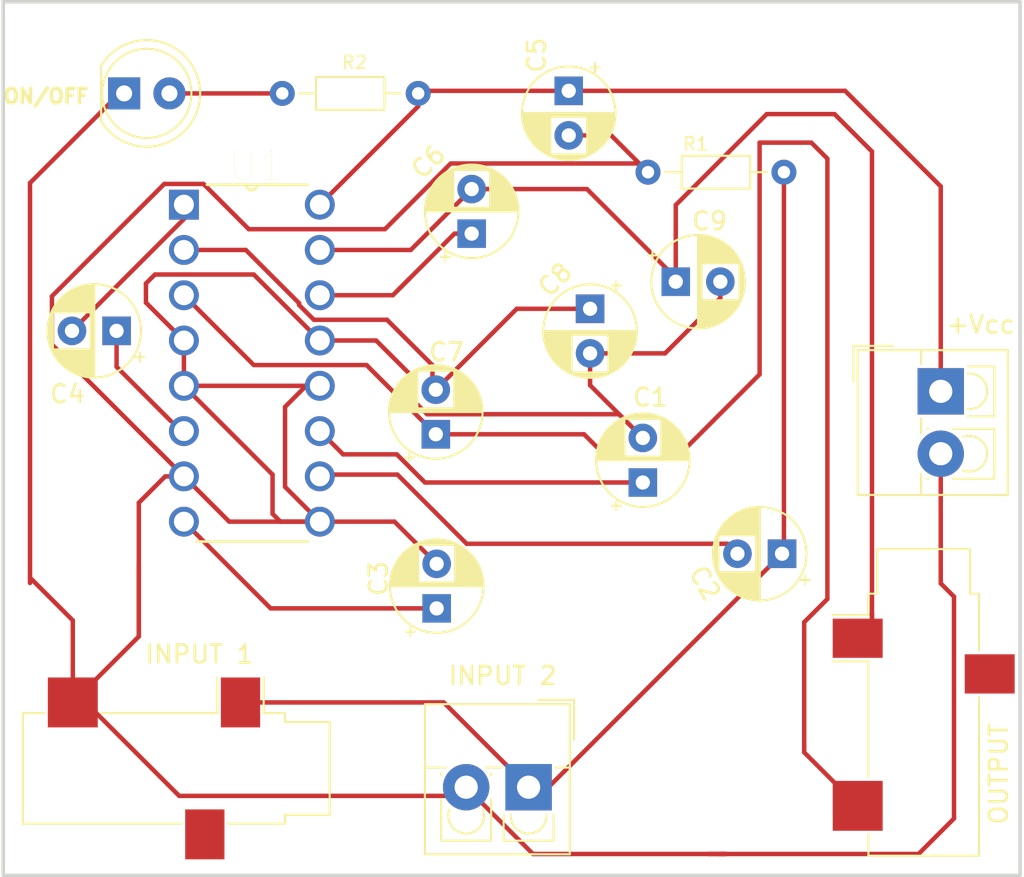
<source format=kicad_pcb>
(kicad_pcb (version 20210126) (generator pcbnew)
  (layers (0 "F.Cu" signal) (31 "B.Cu" signal) (34 "B.Paste" user) (35 "F.Paste" user) (36 "B.SilkS" user "B.Silkscreen") (37 "F.SilkS" user "F.Silkscreen") (38 "B.Mask" user) (39 "F.Mask" user) (44 "Edge.Cuts" user))
  (net 0 "")
  (net 1 "Net-(C1-Pad1)")
  (net 2 "GNDREF")
  (net 3 "Net-(C2-Pad1)")
  (net 4 "Net-(C2-Pad2)")
  (net 5 "Net-(C3-Pad1)")
  (net 6 "Net-(C4-Pad1)")
  (net 7 "Net-(C4-Pad2)")
  (net 8 "Net-(C5-Pad1)")
  (net 9 "Net-(C6-Pad1)")
  (net 10 "Net-(C6-Pad2)")
  (net 11 "Net-(C7-Pad1)")
  (net 12 "Net-(C7-Pad2)")
  (net 13 "Net-(D1-Pad2)")
  (footprint "Capacitor_THT:CP_Radial_D5.0mm_P2.50mm" (layer "F.Cu") (at 141.397498 92.819898 -90)
    (fp_text reference "C8")
    (fp_text value "150n")
    (fp_text user "C8" (at -1.633898 1.951498 -135) (layer "F.SilkS"))
    (pad "1" thru_hole rect (at 0 0 270) (size 1.6 1.6) (drill 0.8) (layers *.Cu *.Mask) (net 12 "Net-(C7-Pad2)"))
    (pad "2" thru_hole circle (at 2.5 0 270) (size 1.6 1.6) (drill 0.8) (layers *.Cu *.Mask) (net 2 "GNDREF"))
  )
  (footprint "Connector_Audio:Jack_3.5mm_CUI_SJ-3523-SMT_Horizontal" (layer "F.Cu") (at 118.2 118.6 -90)
    (fp_text reference "J1")
    (fp_text value "AudioJack2" hide)
    (fp_text user "INPUT 1" (at -6.4 -1.3 180) (layer "F.SilkS"))
    (pad "" np_thru_hole circle (at 0 4.5 270) (size 1.7 1.7) (drill 1.7) (layers *.Cu *.Mask))
    (pad "" np_thru_hole circle (at 0 -2.5 270) (size 1.7 1.7) (drill 1.7) (layers *.Cu *.Mask))
    (pad "R" smd rect (at 3.7 -1.6 270) (size 2.8 2.2) (layers "F.Cu" "F.Paste" "F.Mask"))
    (pad "S" smd rect (at -3.7 -3.6 270) (size 2.8 2.2) (layers "F.Cu" "F.Paste" "F.Mask") (net 3 "Net-(C2-Pad1)"))
    (pad "T" smd rect (at -3.7 5.8 270) (size 2.8 2.8) (layers "F.Cu" "F.Paste" "F.Mask") (net 2 "GNDREF"))
  )
  (footprint "LED_THT:LED_D5.0mm" (layer "F.Cu") (at 115.2762 80.7388)
    (fp_text reference "D1")
    (fp_text value "LED")
    (fp_text user "ON/OFF" (at -4.3762 0.1612) (layer "F.SilkS") (effects (font (size 0.8 0.8) (thickness 0.2))))
    (pad "1" thru_hole rect (at 0 0) (size 1.8 1.8) (drill 0.9) (layers *.Cu *.Mask) (net 2 "GNDREF"))
    (pad "2" thru_hole circle (at 2.54 0) (size 1.8 1.8) (drill 0.9) (layers *.Cu *.Mask) (net 13 "Net-(D1-Pad2)"))
  )
  (footprint "Capacitor_THT:CP_Radial_D5.0mm_P2.50mm" (layer "F.Cu") (at 132.748473 99.858698 90)
    (fp_text reference "C7")
    (fp_text value "100u")
    (fp_text user "C7" (at 4.608698 0.601527) (layer "F.SilkS"))
    (pad "1" thru_hole rect (at 0 0 90) (size 1.6 1.6) (drill 0.8) (layers *.Cu *.Mask) (net 11 "Net-(C7-Pad1)"))
    (pad "2" thru_hole circle (at 2.5 0 90) (size 1.6 1.6) (drill 0.8) (layers *.Cu *.Mask) (net 12 "Net-(C7-Pad2)"))
  )
  (footprint "Capacitor_THT:CP_Radial_D5.0mm_P2.50mm" (layer "F.Cu") (at 132.797498 109.625011 90)
    (fp_text reference "C3")
    (fp_text value "100u")
    (fp_text user "C3" (at 1.675011 -3.257498 90) (layer "F.SilkS"))
    (pad "1" thru_hole rect (at 0 0 90) (size 1.6 1.6) (drill 0.8) (layers *.Cu *.Mask) (net 5 "Net-(C3-Pad1)"))
    (pad "2" thru_hole circle (at 2.5 0 90) (size 1.6 1.6) (drill 0.8) (layers *.Cu *.Mask) (net 2 "GNDREF"))
  )
  (footprint "Kicad Manual Library:DIP254P762X510-16" (layer "F.Cu") (at 126.24701 104.759898)
    (fp_text reference "U1" (at -3.54701 -19.959898) (layer "F.SilkS") (effects (font (size 1.641551 1.641551) (thickness 0.015))))
    (fp_text value "TEA2025B")
    (pad "1" thru_hole rect (at -7.62 -17.78) (size 1.6764 1.6764) (drill 1.1176) (layers *.Cu *.Mask) (net 7 "Net-(C4-Pad2)"))
    (pad "2" thru_hole circle (at -7.62 -15.24) (size 1.6764 1.6764) (drill 1.1176) (layers *.Cu *.Mask) (net 12 "Net-(C7-Pad2)"))
    (pad "3" thru_hole circle (at -7.62 -12.7) (size 1.6764 1.6764) (drill 1.1176) (layers *.Cu *.Mask) (net 11 "Net-(C7-Pad1)"))
    (pad "4" thru_hole circle (at -7.62 -10.16) (size 1.6764 1.6764) (drill 1.1176) (layers *.Cu *.Mask) (net 2 "GNDREF"))
    (pad "5" thru_hole circle (at -7.62 -7.62) (size 1.6764 1.6764) (drill 1.1176) (layers *.Cu *.Mask) (net 2 "GNDREF"))
    (pad "6" thru_hole circle (at -7.62 -5.08) (size 1.6764 1.6764) (drill 1.1176) (layers *.Cu *.Mask) (net 6 "Net-(C4-Pad1)"))
    (pad "7" thru_hole circle (at -7.62 -2.54) (size 1.6764 1.6764) (drill 1.1176) (layers *.Cu *.Mask) (net 2 "GNDREF"))
    (pad "8" thru_hole circle (at -7.62 0) (size 1.6764 1.6764) (drill 1.1176) (layers *.Cu *.Mask) (net 5 "Net-(C3-Pad1)"))
    (pad "9" thru_hole circle (at 0 0) (size 1.6764 1.6764) (drill 1.1176) (layers *.Cu *.Mask) (net 2 "GNDREF"))
    (pad "10" thru_hole circle (at 0 -2.54) (size 1.6764 1.6764) (drill 1.1176) (layers *.Cu *.Mask) (net 4 "Net-(C2-Pad2)"))
    (pad "11" thru_hole circle (at 0 -5.08) (size 1.6764 1.6764) (drill 1.1176) (layers *.Cu *.Mask) (net 1 "Net-(C1-Pad1)"))
    (pad "12" thru_hole circle (at 0 -7.62) (size 1.6764 1.6764) (drill 1.1176) (layers *.Cu *.Mask) (net 2 "GNDREF"))
    (pad "13" thru_hole circle (at 0 -10.16) (size 1.6764 1.6764) (drill 1.1176) (layers *.Cu *.Mask) (net 2 "GNDREF"))
    (pad "14" thru_hole circle (at 0 -12.7) (size 1.6764 1.6764) (drill 1.1176) (layers *.Cu *.Mask) (net 9 "Net-(C6-Pad1)"))
    (pad "15" thru_hole circle (at 0 -15.24) (size 1.6764 1.6764) (drill 1.1176) (layers *.Cu *.Mask) (net 10 "Net-(C6-Pad2)"))
    (pad "16" thru_hole circle (at 0 -17.78) (size 1.6764 1.6764) (drill 1.1176) (layers *.Cu *.Mask) (net 8 "Net-(C5-Pad1)"))
  )
  (footprint "TerminalBlock_4Ucon:TerminalBlock_4Ucon_1x02_P3.50mm_Vertical" (layer "F.Cu") (at 137.95 119.655 180)
    (fp_text reference "J2")
    (fp_text value "Conn_01x02_Female" hide)
    (fp_text user "INPUT 2" (at 1.45 6.255) (layer "F.SilkS"))
    (pad "1" thru_hole rect (at 0 0 180) (size 2.6 2.6) (drill 1.3) (layers *.Cu *.Mask) (net 3 "Net-(C2-Pad1)"))
    (pad "2" thru_hole circle (at 3.5 0 180) (size 2.6 2.6) (drill 1.3) (layers *.Cu *.Mask) (net 2 "GNDREF"))
  )
  (footprint "Capacitor_THT:CP_Radial_D5.0mm_P2.50mm" (layer "F.Cu") (at 140.2 80.594888 -90)
    (fp_text reference "C5")
    (fp_text value "100u")
    (fp_text user "C5" (at -1.994888 1.8 90) (layer "F.SilkS"))
    (pad "1" thru_hole rect (at 0 0 270) (size 1.6 1.6) (drill 0.8) (layers *.Cu *.Mask) (net 8 "Net-(C5-Pad1)"))
    (pad "2" thru_hole circle (at 2.5 0 270) (size 1.6 1.6) (drill 0.8) (layers *.Cu *.Mask) (net 2 "GNDREF"))
  )
  (footprint "Capacitor_THT:CP_Radial_D5.0mm_P2.50mm" (layer "F.Cu") (at 144.353585 102.563811 90)
    (fp_text reference "C1")
    (fp_text value "100u")
    (fp_text user "C1" (at 4.773811 0.426415) (layer "F.SilkS"))
    (pad "1" thru_hole rect (at 0 0 90) (size 1.6 1.6) (drill 0.8) (layers *.Cu *.Mask) (net 1 "Net-(C1-Pad1)"))
    (pad "2" thru_hole circle (at 2.5 0 90) (size 1.6 1.6) (drill 0.8) (layers *.Cu *.Mask) (net 2 "GNDREF"))
  )
  (footprint "Capacitor_THT:CP_Radial_D5.0mm_P2.50mm" (layer "F.Cu") (at 152.158698 106.558698 180)
    (fp_text reference "C2")
    (fp_text value "220n")
    (fp_text user "C2" (at 4.330698 -1.645302 300) (layer "F.SilkS"))
    (pad "1" thru_hole rect (at 0 0 180) (size 1.6 1.6) (drill 0.8) (layers *.Cu *.Mask) (net 3 "Net-(C2-Pad1)"))
    (pad "2" thru_hole circle (at 2.5 0 180) (size 1.6 1.6) (drill 0.8) (layers *.Cu *.Mask) (net 4 "Net-(C2-Pad2)"))
  )
  (footprint "Capacitor_THT:CP_Radial_D5.0mm_P2.50mm" (layer "F.Cu") (at 114.853585 94.058698 180)
    (fp_text reference "C4")
    (fp_text value "100u")
    (fp_text user "C4" (at 2.753585 -3.541302) (layer "F.SilkS"))
    (pad "1" thru_hole rect (at 0 0 180) (size 1.6 1.6) (drill 0.8) (layers *.Cu *.Mask) (net 6 "Net-(C4-Pad1)"))
    (pad "2" thru_hole circle (at 2.5 0 180) (size 1.6 1.6) (drill 0.8) (layers *.Cu *.Mask) (net 7 "Net-(C4-Pad2)"))
  )
  (footprint "Connector_Audio:Jack_3.5mm_CUI_SJ-3523-SMT_Horizontal" (layer "F.Cu") (at 160.1 114.9)
    (fp_text reference "J4")
    (fp_text value "AudioJack2" hide)
    (fp_text user "OUTPUT" (at 4.2 4 90) (layer "F.SilkS"))
    (pad "" np_thru_hole circle (at 0 4.5) (size 1.7 1.7) (drill 1.7) (layers *.Cu *.Mask))
    (pad "" np_thru_hole circle (at 0 -2.5) (size 1.7 1.7) (drill 1.7) (layers *.Cu *.Mask))
    (pad "R" smd rect (at 3.7 -1.6) (size 2.8 2.2) (layers "F.Cu" "F.Paste" "F.Mask"))
    (pad "S" smd rect (at -3.7 -3.6) (size 2.8 2.2) (layers "F.Cu" "F.Paste" "F.Mask") (net 10 "Net-(C6-Pad2)"))
    (pad "T" smd rect (at -3.7 5.8) (size 2.8 2.8) (layers "F.Cu" "F.Paste" "F.Mask") (net 11 "Net-(C7-Pad1)"))
  )
  (footprint "Resistor_THT:R_Axial_DIN0204_L3.6mm_D1.6mm_P7.62mm_Horizontal" (layer "F.Cu") (at 152.263585 85.158698 180)
    (fp_text reference "R1")
    (fp_text value "10K")
    (fp_text user "R1" (at 4.943585 1.592698) (layer "F.SilkS") (effects (font (size 0.72 0.72) (thickness 0.108))))
    (pad "1" thru_hole circle (at 0 0 180) (size 1.4 1.4) (drill 0.7) (layers *.Cu *.Mask) (net 3 "Net-(C2-Pad1)"))
    (pad "2" thru_hole oval (at 7.62 0 180) (size 1.4 1.4) (drill 0.7) (layers *.Cu *.Mask) (net 2 "GNDREF"))
  )
  (footprint "Capacitor_THT:CP_Radial_D5.0mm_P2.50mm" (layer "F.Cu") (at 146.2 91.3)
    (fp_text reference "C9")
    (fp_text value "150n")
    (fp_text user "C9" (at 1.89 -3.4) (layer "F.SilkS"))
    (pad "1" thru_hole rect (at 0 0) (size 1.6 1.6) (drill 0.8) (layers *.Cu *.Mask) (net 10 "Net-(C6-Pad2)"))
    (pad "2" thru_hole circle (at 2.5 0) (size 1.6 1.6) (drill 0.8) (layers *.Cu *.Mask) (net 2 "GNDREF"))
  )
  (footprint "TerminalBlock_4Ucon:TerminalBlock_4Ucon_1x02_P3.50mm_Vertical" (layer "F.Cu") (at 161.055 97.45 -90)
    (fp_text reference "J3")
    (fp_text value "Conn_01x02_Female" hide)
    (fp_text user "+Vcc" (at -3.75 -2.245 180) (layer "F.SilkS"))
    (pad "1" thru_hole rect (at 0 0 270) (size 2.6 2.6) (drill 1.3) (layers *.Cu *.Mask) (net 8 "Net-(C5-Pad1)"))
    (pad "2" thru_hole circle (at 3.5 0 270) (size 2.6 2.6) (drill 1.3) (layers *.Cu *.Mask) (net 2 "GNDREF"))
  )
  (footprint "Capacitor_THT:CP_Radial_D5.0mm_P2.50mm" (layer "F.Cu") (at 134.758698 88.605113 90)
    (fp_text reference "C6")
    (fp_text value "100u")
    (fp_text user "C6" (at 4.023113 -2.424698 45) (layer "F.SilkS"))
    (pad "1" thru_hole rect (at 0 0 90) (size 1.6 1.6) (drill 0.8) (layers *.Cu *.Mask) (net 9 "Net-(C6-Pad1)"))
    (pad "2" thru_hole circle (at 2.5 0 90) (size 1.6 1.6) (drill 0.8) (layers *.Cu *.Mask) (net 10 "Net-(C6-Pad2)"))
  )
  (footprint "Resistor_THT:R_Axial_DIN0204_L3.6mm_D1.6mm_P7.62mm_Horizontal" (layer "F.Cu") (at 124.1412 80.7388)
    (fp_text reference "R2")
    (fp_text value "1K")
    (fp_text user "R2" (at 4.0588 -1.7388) (layer "F.SilkS") (effects (font (size 0.72 0.72) (thickness 0.108))))
    (pad "1" thru_hole circle (at 0 0) (size 1.4 1.4) (drill 0.7) (layers *.Cu *.Mask) (net 13 "Net-(D1-Pad2)"))
    (pad "2" thru_hole oval (at 7.62 0) (size 1.4 1.4) (drill 0.7) (layers *.Cu *.Mask) (net 8 "Net-(C5-Pad1)"))
  )
  (gr_rect (start 108.5 75.6) (end 165.5 124.6) (layer "Edge.Cuts") (width 0.2) (fill none))
  (segment (start 132.141411 102.563811) (end 144.353585 102.563811) (width 0.25) (layer "F.Cu") (net 1))
  (segment (start 127.550821 100.983709) (end 130.561309 100.983709) (width 0.25) (layer "F.Cu") (net 1))
  (segment (start 126.24701 99.679898) (end 127.550821 100.983709) (width 0.25) (layer "F.Cu") (net 1))
  (segment (start 130.561309 100.983709) (end 132.141411 102.563811) (width 0.25) (layer "F.Cu") (net 1))
  (segment (start 161.798 108.966) (end 161.798 121.412) (width 0.25) (layer "F.Cu") (net 2))
  (segment (start 125.477498 97.139898) (end 126.24701 97.139898) (width 0.25) (layer "F.Cu") (net 2))
  (segment (start 122.543799 90.896687) (end 126.24701 94.599898) (width 0.25) (layer "F.Cu") (net 2))
  (segment (start 118.364 120.142) (end 133.963 120.142) (width 0.25) (layer "F.Cu") (net 2))
  (segment (start 112.4 110.3) (end 110 107.9) (width 0.25) (layer "F.Cu") (net 2))
  (segment (start 144.154765 84.669878) (end 133.582501 84.669878) (width 0.25) (layer "F.Cu") (net 2))
  (segment (start 141.397498 97.107724) (end 144.353585 100.063811) (width 0.25) (layer "F.Cu") (net 2))
  (segment (start 119.725219 85.816687) (end 117.528801 85.816687) (width 0.25) (layer "F.Cu") (net 2))
  (segment (start 126.24701 104.759898) (end 121.16701 104.759898) (width 0.25) (layer "F.Cu") (net 2))
  (segment (start 117.580102 102.219898) (end 118.62701 102.219898) (width 0.25) (layer "F.Cu") (net 2))
  (segment (start 130.432385 104.759898) (end 132.797498 107.125011) (width 0.25) (layer "F.Cu") (net 2))
  (segment (start 161.055 100.95) (end 161.075021 100.970021) (width 0.25) (layer "F.Cu") (net 2))
  (segment (start 132.259886 98.733687) (end 143.023461 98.733687) (width 0.25) (layer "F.Cu") (net 2))
  (segment (start 118.48821 102.358698) (end 118.62701 102.219898) (width 0.25) (layer "F.Cu") (net 2))
  (segment (start 112.4 114.9) (end 116.1 111.2) (width 0.25) (layer "F.Cu") (net 2))
  (segment (start 161.798 121.412) (end 159.81 123.4) (width 0.25) (layer "F.Cu") (net 2))
  (segment (start 138.195 123.4) (end 148.038 123.4) (width 0.25) (layer "F.Cu") (net 2))
  (segment (start 126.24701 104.759898) (end 130.432385 104.759898) (width 0.25) (layer "F.Cu") (net 2))
  (segment (start 111.228574 92.116914) (end 111.228574 94.821462) (width 0.25) (layer "F.Cu") (net 2))
  (segment (start 117.003313 90.896687) (end 122.543799 90.896687) (width 0.25) (layer "F.Cu") (net 2))
  (segment (start 123.597498 102.119898) (end 123.597498 104.319898) (width 0.25) (layer "F.Cu") (net 2))
  (segment (start 122.265219 88.356687) (end 119.725219 85.816687) (width 0.25) (layer "F.Cu") (net 2))
  (segment (start 143.023461 98.733687) (end 144.353585 100.063811) (width 0.25) (layer "F.Cu") (net 2))
  (segment (start 148.038 123.4) (end 149 123.4) (width 0.25) (layer "F.Cu") (net 2))
  (segment (start 129.404668 94.599898) (end 131.623462 96.818692) (width 0.25) (layer "F.Cu") (net 2))
  (segment (start 144.353585 99.775985) (end 144.353585 100.063811) (width 0.25) (layer "F.Cu") (net 2))
  (segment (start 112.4 114.9) (end 113.122 114.9) (width 0.25) (layer "F.Cu") (net 2))
  (segment (start 144.643585 85.158698) (end 144.154765 84.669878) (width 0.25) (layer "F.Cu") (net 2))
  (segment (start 117.528801 85.816687) (end 111.228574 92.116914) (width 0.25) (layer "F.Cu") (net 2))
  (segment (start 116.1 103.7) (end 117.580102 102.219898) (width 0.25) (layer "F.Cu") (net 2))
  (segment (start 144.643585 85.158698) (end 142.579775 83.094888) (width 0.25) (layer "F.Cu") (net 2))
  (segment (start 161.055 100.95) (end 161.055 108.223) (width 0.25) (layer "F.Cu") (net 2))
  (segment (start 133.582501 84.669878) (end 129.895692 88.356687) (width 0.25) (layer "F.Cu") (net 2))
  (segment (start 110 107.9) (end 110 108.2) (width 0.25) (layer "F.Cu") (net 2))
  (segment (start 118.62701 97.14941) (end 123.597498 102.119898) (width 0.25) (layer "F.Cu") (net 2))
  (segment (start 126.24701 94.599898) (end 129.404668 94.599898) (width 0.25) (layer "F.Cu") (net 2))
  (segment (start 123.597498 104.319898) (end 124.037498 104.759898) (width 0.25) (layer "F.Cu") (net 2))
  (segment (start 118.62701 97.139898) (end 126.24701 97.139898) (width 0.25) (layer "F.Cu") (net 2))
  (segment (start 118.38821 102.458698) (end 118.62701 102.219898) (width 0.25) (layer "F.Cu") (net 2))
  (segment (start 159.81 123.4) (end 148.038 123.4) (width 0.25) (layer "F.Cu") (net 2))
  (segment (start 116.1 111.2) (end 116.1 103.7) (width 0.25) (layer "F.Cu") (net 2))
  (segment (start 126.24701 104.759898) (end 124.297498 102.810386) (width 0.25) (layer "F.Cu") (net 2))
  (segment (start 121.16701 104.759898) (end 118.62701 102.219898) (width 0.25) (layer "F.Cu") (net 2))
  (segment (start 124.037498 104.759898) (end 126.24701 104.759898) (width 0.25) (layer "F.Cu") (net 2))
  (segment (start 134.45 119.655) (end 138.195 123.4) (width 0.25) (layer "F.Cu") (net 2))
  (segment (start 118.62701 94.599898) (end 118.62701 97.139898) (width 0.25) (layer "F.Cu") (net 2))
  (segment (start 113.122 114.9) (end 118.364 120.142) (width 0.25) (layer "F.Cu") (net 2))
  (segment (start 131.623462 98.097263) (end 132.259886 98.733687) (width 0.25) (layer "F.Cu") (net 2))
  (segment (start 118.62701 94.599898) (end 116.5 92.472888) (width 0.25) (layer "F.Cu") (net 2))
  (segment (start 129.895692 88.356687) (end 122.265219 88.356687) (width 0.25) (layer "F.Cu") (net 2))
  (segment (start 124.297498 102.810386) (end 124.297498 98.319898) (width 0.25) (layer "F.Cu") (net 2))
  (segment (start 149 123.4) (end 148.6 123.4) (width 0.25) (layer "F.Cu") (net 2))
  (segment (start 118.62701 97.139898) (end 118.62701 97.14941) (width 0.25) (layer "F.Cu") (net 2))
  (segment (start 115.024776 80.7388) (end 110 85.763576) (width 0.25) (layer "F.Cu") (net 2))
  (segment (start 145.6 95.319898) (end 148.7 92.219898) (width 0.25) (layer "F.Cu") (net 2))
  (segment (start 141.397498 95.319898) (end 145.6 95.319898) (width 0.25) (layer "F.Cu") (net 2))
  (segment (start 141.397498 95.319898) (end 141.397498 97.107724) (width 0.25) (layer "F.Cu") (net 2))
  (segment (start 161.055 108.223) (end 161.798 108.966) (width 0.25) (layer "F.Cu") (net 2))
  (segment (start 111.228574 94.821462) (end 118.62701 102.219898) (width 0.25) (layer "F.Cu") (net 2))
  (segment (start 115.2762 80.7388) (end 115.0512 80.7388) (width 0.25) (layer "F.Cu") (net 2))
  (segment (start 116.1 111.2) (end 116.1 107.1) (width 0.25) (layer "F.Cu") (net 2))
  (segment (start 112.4 114.9) (end 112.4 110.3) (width 0.25) (layer "F.Cu") (net 2))
  (segment (start 124.297498 98.319898) (end 125.477498 97.139898) (width 0.25) (layer "F.Cu") (net 2))
  (segment (start 116.5 92.472888) (end 116.5 91.4) (width 0.25) (layer "F.Cu") (net 2))
  (segment (start 133.963 120.142) (end 134.45 119.655) (width 0.25) (layer "F.Cu") (net 2))
  (segment (start 142.579775 83.094888) (end 140.2 83.094888) (width 0.25) (layer "F.Cu") (net 2))
  (segment (start 144.653585 85.148698) (end 144.643585 85.158698) (width 0.25) (layer "F.Cu") (net 2))
  (segment (start 131.623462 96.818692) (end 131.623462 98.097263) (width 0.25) (layer "F.Cu") (net 2))
  (segment (start 148.7 92.219898) (end 148.7 91.3) (width 0.25) (layer "F.Cu") (net 2))
  (segment (start 110 85.763576) (end 110 107.9) (width 0.25) (layer "F.Cu") (net 2))
  (segment (start 115.2762 80.7388) (end 115.024776 80.7388) (width 0.25) (layer "F.Cu") (net 2))
  (segment (start 115.2762 80.7388) (end 115.356313 80.7388) (width 0.25) (layer "F.Cu") (net 2))
  (segment (start 116.5 91.4) (end 117.003313 90.896687) (width 0.25) (layer "F.Cu") (net 2))
  (segment (start 133.195 114.9) (end 137.95 119.655) (width 0.25) (layer "F.Cu") (net 3))
  (segment (start 152.263585 85.158698) (end 152.263585 106.853811) (width 0.25) (layer "F.Cu") (net 3))
  (segment (start 121.8 114.9) (end 133.195 114.9) (width 0.25) (layer "F.Cu") (net 3))
  (segment (start 152.263585 106.853811) (end 152.058698 107.058698) (width 0.25) (layer "F.Cu") (net 3))
  (segment (start 137.95 119.655) (end 139.062396 119.655) (width 0.25) (layer "F.Cu") (net 3))
  (segment (start 139.062396 119.655) (end 152.158698 106.558698) (width 0.25) (layer "F.Cu") (net 3))
  (segment (start 126.34701 102.119898) (end 126.24701 102.219898) (width 0.25) (layer "F.Cu") (net 4))
  (segment (start 149.658698 106.558698) (end 149.1 106) (width 0.25) (layer "F.Cu") (net 4))
  (segment (start 134.4776 106) (end 130.597498 102.119898) (width 0.25) (layer "F.Cu") (net 4))
  (segment (start 130.597498 102.119898) (end 126.34701 102.119898) (width 0.25) (layer "F.Cu") (net 4))
  (segment (start 149.1 106) (end 134.4776 106) (width 0.25) (layer "F.Cu") (net 4))
  (segment (start 118.62701 104.759898) (end 123.492123 109.625011) (width 0.25) (layer "F.Cu") (net 5))
  (segment (start 123.492123 109.625011) (end 132.797498 109.625011) (width 0.25) (layer "F.Cu") (net 5))
  (segment (start 114.853585 96.075985) (end 117.897498 99.119898) (width 0.25) (layer "F.Cu") (net 6))
  (segment (start 114.853585 94.058698) (end 114.853585 96.075985) (width 0.25) (layer "F.Cu") (net 6))
  (segment (start 118.62701 86.979898) (end 118.62701 87.785273) (width 0.25) (layer "F.Cu") (net 7))
  (segment (start 118.62701 87.785273) (end 112.353585 94.058698) (width 0.25) (layer "F.Cu") (net 7))
  (segment (start 112.858698 93.658698) (end 112.858698 93.911586) (width 0.25) (layer "F.Cu") (net 7))
  (segment (start 131.7612 81.465708) (end 126.24701 86.979898) (width 0.25) (layer "F.Cu") (net 8))
  (segment (start 161.055 85.955) (end 155.694888 80.594888) (width 0.25) (layer "F.Cu") (net 8))
  (segment (start 131.905112 80.594888) (end 131.7612 80.7388) (width 0.25) (layer "F.Cu") (net 8))
  (segment (start 161.055 97.45) (end 161.055 85.955) (width 0.25) (layer "F.Cu") (net 8))
  (segment (start 131.9 80.6) (end 131.7612 80.7388) (width 0.25) (layer "F.Cu") (net 8))
  (segment (start 140.2 80.594888) (end 131.905112 80.594888) (width 0.25) (layer "F.Cu") (net 8))
  (segment (start 155.694888 80.594888) (end 140.2 80.594888) (width 0.25) (layer "F.Cu") (net 8))
  (segment (start 131.7612 80.7388) (end 131.7612 81.465708) (width 0.25) (layer "F.Cu") (net 8))
  (segment (start 126.24701 86.979898) (end 126.24701 86.965273) (width 0.25) (layer "F.Cu") (net 8))
  (segment (start 134.758698 88.605113) (end 133.794887 88.605113) (width 0.25) (layer "F.Cu") (net 9))
  (segment (start 130.340102 92.059898) (end 131.25 91.15) (width 0.25) (layer "F.Cu") (net 9))
  (segment (start 126.24701 92.059898) (end 130.340102 92.059898) (width 0.25) (layer "F.Cu") (net 9))
  (segment (start 131.25 91.15) (end 130.6 91.8) (width 0.25) (layer "F.Cu") (net 9))
  (segment (start 133.794887 88.605113) (end 131.25 91.15) (width 0.25) (layer "F.Cu") (net 9))
  (segment (start 134.758698 86.105113) (end 135.705113 86.105113) (width 0.25) (layer "F.Cu") (net 10))
  (segment (start 141.223113 86.105113) (end 134.758698 86.105113) (width 0.25) (layer "F.Cu") (net 10))
  (segment (start 126.24701 89.519898) (end 131.343913 89.519898) (width 0.25) (layer "F.Cu") (net 10))
  (segment (start 156.4 111.3) (end 157.2 110.5) (width 0.25) (layer "F.Cu") (net 10))
  (segment (start 131.343913 89.519898) (end 134.758698 86.105113) (width 0.25) (layer "F.Cu") (net 10))
  (segment (start 157.2 110.5) (end 157.2 84) (width 0.25) (layer "F.Cu") (net 10))
  (segment (start 146.2 87) (end 146.2 91.3) (width 0.25) (layer "F.Cu") (net 10))
  (segment (start 151.3 81.9) (end 146.2 87) (width 0.25) (layer "F.Cu") (net 10))
  (segment (start 157.2 110.5) (end 157.2 109.9) (width 0.25) (layer "F.Cu") (net 10))
  (segment (start 155.1 81.9) (end 151.3 81.9) (width 0.25) (layer "F.Cu") (net 10))
  (segment (start 146.2 91.3) (end 146.2 91.082) (width 0.25) (layer "F.Cu") (net 10))
  (segment (start 157.2 84) (end 155.1 81.9) (width 0.25) (layer "F.Cu") (net 10))
  (segment (start 146.2 91.082) (end 141.223113 86.105113) (width 0.25) (layer "F.Cu") (net 10))
  (segment (start 154.7 109.1) (end 153.4 110.4) (width 0.25) (layer "F.Cu") (net 11))
  (segment (start 153.4 117.7) (end 156.4 120.7) (width 0.25) (layer "F.Cu") (net 11))
  (segment (start 150.9 83.5) (end 153.8 83.5) (width 0.25) (layer "F.Cu") (net 11))
  (segment (start 146.2 101.2) (end 150.9 96.5) (width 0.25) (layer "F.Cu") (net 11))
  (segment (start 154.7 84.4) (end 154.7 109.1) (width 0.25) (layer "F.Cu") (net 11))
  (segment (start 142.4 101.2) (end 146.2 101.2) (width 0.25) (layer "F.Cu") (net 11))
  (segment (start 141.058698 99.858698) (end 142.4 101.2) (width 0.25) (layer "F.Cu") (net 11))
  (segment (start 153.8 83.5) (end 154.7 84.4) (width 0.25) (layer "F.Cu") (net 11))
  (segment (start 150.9 96.5) (end 150.9 83.5) (width 0.25) (layer "F.Cu") (net 11))
  (segment (start 118.62701 92.059898) (end 122.543799 95.976687) (width 0.25) (layer "F.Cu") (net 11))
  (segment (start 132.748473 99.858698) (end 141.058698 99.858698) (width 0.25) (layer "F.Cu") (net 11))
  (segment (start 122.543799 95.976687) (end 128.866462 95.976687) (width 0.25) (layer "F.Cu") (net 11))
  (segment (start 128.866462 95.976687) (end 132.748473 99.858698) (width 0.25) (layer "F.Cu") (net 11))
  (segment (start 153.4 110.4) (end 153.4 117.7) (width 0.25) (layer "F.Cu") (net 11))
  (segment (start 141.397498 92.819898) (end 141.997498 93.419898) (width 0.25) (layer "F.Cu") (net 12))
  (segment (start 125.083799 92.506199) (end 125.083799 92.606199) (width 0.25) (layer "F.Cu") (net 12))
  (segment (start 122.097498 89.519898) (end 118.62701 89.519898) (width 0.25) (layer "F.Cu") (net 12))
  (segment (start 132.562069 95.984469) (end 132.562069 96.908678) (width 0.25) (layer "F.Cu") (net 12))
  (segment (start 137.287273 92.819898) (end 132.748473 97.358698) (width 0.25) (layer "F.Cu") (net 12))
  (segment (start 125.914287 93.436687) (end 130.014287 93.436687) (width 0.25) (layer "F.Cu") (net 12))
  (segment (start 130.014287 93.436687) (end 132.562069 95.984469) (width 0.25) (layer "F.Cu") (net 12))
  (segment (start 125.083799 92.606199) (end 125.914287 93.436687) (width 0.25) (layer "F.Cu") (net 12))
  (segment (start 133.253585 97.358698) (end 132.748473 97.358698) (width 0.25) (layer "F.Cu") (net 12))
  (segment (start 141.397498 92.819898) (end 137.287273 92.819898) (width 0.25) (layer "F.Cu") (net 12))
  (segment (start 122.097498 89.519898) (end 125.083799 92.506199) (width 0.25) (layer "F.Cu") (net 12))
  (segment (start 117.8162 80.7388) (end 124.1412 80.7388) (width 0.25) (layer "F.Cu") (net 13))
)
</source>
